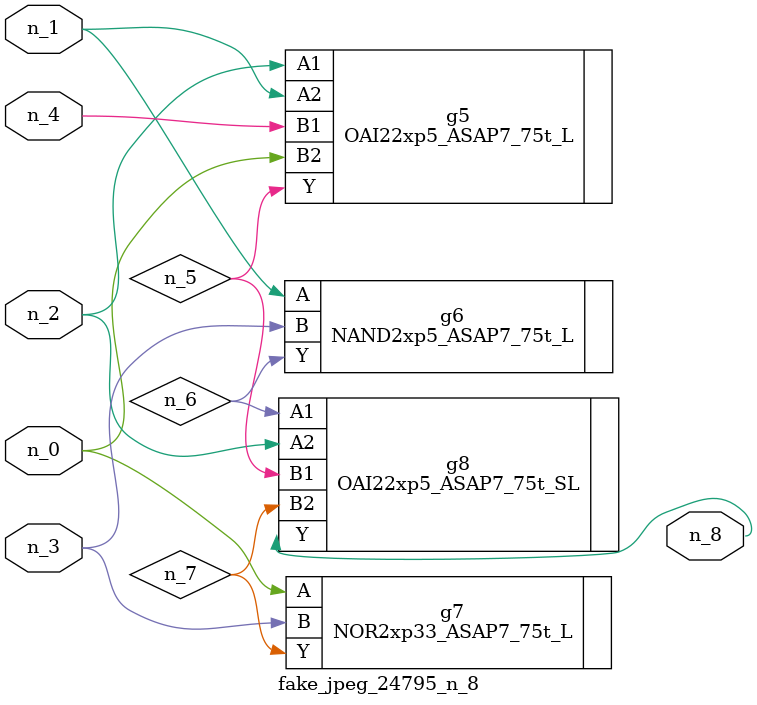
<source format=v>
module fake_jpeg_24795_n_8 (n_3, n_2, n_1, n_0, n_4, n_8);

input n_3;
input n_2;
input n_1;
input n_0;
input n_4;

output n_8;

wire n_6;
wire n_5;
wire n_7;

OAI22xp5_ASAP7_75t_L g5 ( 
.A1(n_2),
.A2(n_1),
.B1(n_4),
.B2(n_0),
.Y(n_5)
);

NAND2xp5_ASAP7_75t_L g6 ( 
.A(n_1),
.B(n_3),
.Y(n_6)
);

NOR2xp33_ASAP7_75t_L g7 ( 
.A(n_0),
.B(n_3),
.Y(n_7)
);

OAI22xp5_ASAP7_75t_SL g8 ( 
.A1(n_6),
.A2(n_2),
.B1(n_5),
.B2(n_7),
.Y(n_8)
);


endmodule
</source>
